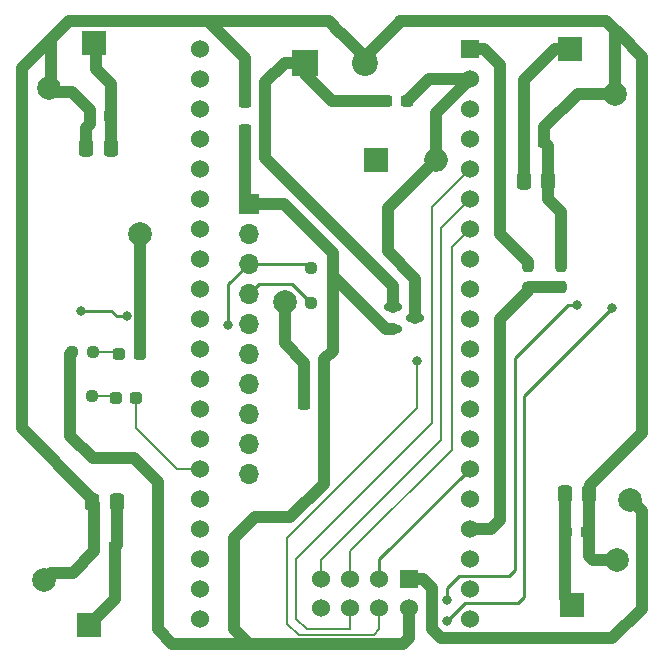
<source format=gbr>
%TF.GenerationSoftware,KiCad,Pcbnew,(6.0.7)*%
%TF.CreationDate,2022-10-25T16:16:00+09:00*%
%TF.ProjectId,quad_jsb,71756164-5f6a-4736-922e-6b696361645f,rev?*%
%TF.SameCoordinates,Original*%
%TF.FileFunction,Copper,L1,Top*%
%TF.FilePolarity,Positive*%
%FSLAX46Y46*%
G04 Gerber Fmt 4.6, Leading zero omitted, Abs format (unit mm)*
G04 Created by KiCad (PCBNEW (6.0.7)) date 2022-10-25 16:16:00*
%MOMM*%
%LPD*%
G01*
G04 APERTURE LIST*
G04 Aperture macros list*
%AMRoundRect*
0 Rectangle with rounded corners*
0 $1 Rounding radius*
0 $2 $3 $4 $5 $6 $7 $8 $9 X,Y pos of 4 corners*
0 Add a 4 corners polygon primitive as box body*
4,1,4,$2,$3,$4,$5,$6,$7,$8,$9,$2,$3,0*
0 Add four circle primitives for the rounded corners*
1,1,$1+$1,$2,$3*
1,1,$1+$1,$4,$5*
1,1,$1+$1,$6,$7*
1,1,$1+$1,$8,$9*
0 Add four rect primitives between the rounded corners*
20,1,$1+$1,$2,$3,$4,$5,0*
20,1,$1+$1,$4,$5,$6,$7,0*
20,1,$1+$1,$6,$7,$8,$9,0*
20,1,$1+$1,$8,$9,$2,$3,0*%
G04 Aperture macros list end*
%TA.AperFunction,SMDPad,CuDef*%
%ADD10RoundRect,0.250000X-0.337500X-0.475000X0.337500X-0.475000X0.337500X0.475000X-0.337500X0.475000X0*%
%TD*%
%TA.AperFunction,ComponentPad*%
%ADD11C,2.000000*%
%TD*%
%TA.AperFunction,ComponentPad*%
%ADD12R,2.000000X2.000000*%
%TD*%
%TA.AperFunction,SMDPad,CuDef*%
%ADD13RoundRect,0.237500X-0.287500X-0.237500X0.287500X-0.237500X0.287500X0.237500X-0.287500X0.237500X0*%
%TD*%
%TA.AperFunction,SMDPad,CuDef*%
%ADD14RoundRect,0.237500X0.287500X0.237500X-0.287500X0.237500X-0.287500X-0.237500X0.287500X-0.237500X0*%
%TD*%
%TA.AperFunction,ComponentPad*%
%ADD15C,2.200000*%
%TD*%
%TA.AperFunction,ComponentPad*%
%ADD16R,2.200000X2.200000*%
%TD*%
%TA.AperFunction,ComponentPad*%
%ADD17R,1.524000X1.524000*%
%TD*%
%TA.AperFunction,ComponentPad*%
%ADD18C,1.524000*%
%TD*%
%TA.AperFunction,SMDPad,CuDef*%
%ADD19RoundRect,0.150000X-0.587500X-0.150000X0.587500X-0.150000X0.587500X0.150000X-0.587500X0.150000X0*%
%TD*%
%TA.AperFunction,SMDPad,CuDef*%
%ADD20RoundRect,0.237500X0.300000X0.237500X-0.300000X0.237500X-0.300000X-0.237500X0.300000X-0.237500X0*%
%TD*%
%TA.AperFunction,SMDPad,CuDef*%
%ADD21RoundRect,0.250000X0.337500X0.475000X-0.337500X0.475000X-0.337500X-0.475000X0.337500X-0.475000X0*%
%TD*%
%TA.AperFunction,SMDPad,CuDef*%
%ADD22RoundRect,0.237500X0.250000X0.237500X-0.250000X0.237500X-0.250000X-0.237500X0.250000X-0.237500X0*%
%TD*%
%TA.AperFunction,ComponentPad*%
%ADD23O,2.000000X2.000000*%
%TD*%
%TA.AperFunction,SMDPad,CuDef*%
%ADD24RoundRect,0.237500X-0.300000X-0.237500X0.300000X-0.237500X0.300000X0.237500X-0.300000X0.237500X0*%
%TD*%
%TA.AperFunction,ComponentPad*%
%ADD25R,1.700000X1.700000*%
%TD*%
%TA.AperFunction,ComponentPad*%
%ADD26O,1.700000X1.700000*%
%TD*%
%TA.AperFunction,SMDPad,CuDef*%
%ADD27RoundRect,0.237500X0.237500X-0.250000X0.237500X0.250000X-0.237500X0.250000X-0.237500X-0.250000X0*%
%TD*%
%TA.AperFunction,SMDPad,CuDef*%
%ADD28RoundRect,0.237500X-0.237500X0.250000X-0.237500X-0.250000X0.237500X-0.250000X0.237500X0.250000X0*%
%TD*%
%TA.AperFunction,ViaPad*%
%ADD29C,2.000000*%
%TD*%
%TA.AperFunction,ViaPad*%
%ADD30C,0.800000*%
%TD*%
%TA.AperFunction,Conductor*%
%ADD31C,1.000000*%
%TD*%
%TA.AperFunction,Conductor*%
%ADD32C,0.200000*%
%TD*%
%TA.AperFunction,Conductor*%
%ADD33C,0.250000*%
%TD*%
G04 APERTURE END LIST*
D10*
%TO.P,C10,1*%
%TO.N,Net-(C10-Pad1)*%
X43512500Y40500000D03*
%TO.P,C10,2*%
%TO.N,VBAT*%
X45587500Y40500000D03*
%TD*%
%TO.P,C12,1*%
%TO.N,Net-(C12-Pad1)*%
X46962500Y14000000D03*
%TO.P,C12,2*%
%TO.N,VBAT*%
X49037500Y14000000D03*
%TD*%
D11*
%TO.P,U11,1,+*%
%TO.N,VBAT*%
X3345000Y48345000D03*
D12*
%TO.P,U11,2,-*%
%TO.N,Net-(C11-Pad1)*%
X7155000Y52155000D03*
%TD*%
D13*
%TO.P,D5,1,A*%
%TO.N,Net-(C10-Pad1)*%
X43500000Y43750000D03*
%TO.P,D5,2,K*%
%TO.N,VBAT*%
X45250000Y43750000D03*
%TD*%
D14*
%TO.P,D4,1,A*%
%TO.N,Net-(C9-Pad1)*%
X8875000Y9500000D03*
%TO.P,D4,2,K*%
%TO.N,VBAT*%
X7125000Y9500000D03*
%TD*%
D15*
%TO.P,U1,2,BAT*%
%TO.N,VBAT*%
X30040000Y50500000D03*
D16*
%TO.P,U1,1,GND*%
%TO.N,GND*%
X24960000Y50500000D03*
%TD*%
D17*
%TO.P,U4,1,GND*%
%TO.N,GND*%
X33750000Y6750000D03*
D18*
%TO.P,U4,2,VCC*%
%TO.N,+3.3V*%
X33750000Y4290000D03*
%TO.P,U4,3,CE*%
%TO.N,Net-(U4-Pad3)*%
X31290000Y6750000D03*
%TO.P,U4,4,CSN*%
%TO.N,Net-(U4-Pad4)*%
X31290000Y4290000D03*
%TO.P,U4,5,SCK*%
%TO.N,Net-(U4-Pad5)*%
X28830000Y6750000D03*
%TO.P,U4,6,MOSI*%
%TO.N,Net-(U4-Pad6)*%
X28830000Y4290000D03*
%TO.P,U4,7,MISO*%
%TO.N,Net-(U4-Pad7)*%
X26370000Y6750000D03*
%TO.P,U4,8*%
%TO.N,N/C*%
X26370000Y4290000D03*
%TD*%
D11*
%TO.P,U12,1,+*%
%TO.N,VBAT*%
X51405000Y8405000D03*
D12*
%TO.P,U12,2,-*%
%TO.N,Net-(C12-Pad1)*%
X47595000Y4595000D03*
%TD*%
D19*
%TO.P,U13,1,GND*%
%TO.N,GND*%
X32412500Y29825000D03*
%TO.P,U13,2,VO*%
%TO.N,+3.3V*%
X32412500Y27925000D03*
%TO.P,U13,3,VI*%
%TO.N,+5V*%
X34287500Y28875000D03*
%TD*%
D20*
%TO.P,C13,1*%
%TO.N,GND*%
X21612500Y44825000D03*
%TO.P,C13,2*%
%TO.N,+3.3V*%
X19887500Y44825000D03*
%TD*%
D11*
%TO.P,U9,1,+*%
%TO.N,VBAT*%
X2845000Y6655000D03*
D12*
%TO.P,U9,2,-*%
%TO.N,Net-(C9-Pad1)*%
X6655000Y2845000D03*
%TD*%
D21*
%TO.P,C11,1*%
%TO.N,Net-(C11-Pad1)*%
X8537500Y43250000D03*
%TO.P,C11,2*%
%TO.N,VBAT*%
X6462500Y43250000D03*
%TD*%
D22*
%TO.P,R4,1*%
%TO.N,+3.3V*%
X27350000Y30125000D03*
%TO.P,R4,2*%
%TO.N,Net-(R4-Pad2)*%
X25525000Y30125000D03*
%TD*%
D13*
%TO.P,D7,1,A*%
%TO.N,Net-(C12-Pad1)*%
X47125000Y10750000D03*
%TO.P,D7,2,K*%
%TO.N,VBAT*%
X48875000Y10750000D03*
%TD*%
D14*
%TO.P,D3,1,K*%
%TO.N,GND*%
X10975000Y25850000D03*
%TO.P,D3,2,A*%
%TO.N,Net-(D3-Pad2)*%
X9225000Y25850000D03*
%TD*%
%TO.P,D2,1,K*%
%TO.N,Net-(D2-Pad1)*%
X10700000Y22125000D03*
%TO.P,D2,2,A*%
%TO.N,Net-(D2-Pad2)*%
X8950000Y22125000D03*
%TD*%
D12*
%TO.P,D1,1,A*%
%TO.N,Net-(D1-Pad1)*%
X30960000Y42250000D03*
D23*
%TO.P,D1,2,K*%
%TO.N,+5V*%
X36040000Y42250000D03*
%TD*%
D24*
%TO.P,C14,1*%
%TO.N,GND*%
X31875000Y47225000D03*
%TO.P,C14,2*%
%TO.N,+5V*%
X33600000Y47225000D03*
%TD*%
D25*
%TO.P,U6,1,VCC*%
%TO.N,+3.3V*%
X20225000Y38525000D03*
D26*
%TO.P,U6,2,GND*%
%TO.N,GND*%
X20225000Y35985000D03*
%TO.P,U6,3,SCL*%
%TO.N,Net-(R3-Pad2)*%
X20225000Y33445000D03*
%TO.P,U6,4,SDA*%
%TO.N,Net-(R4-Pad2)*%
X20225000Y30905000D03*
%TO.P,U6,5*%
%TO.N,N/C*%
X20225000Y28365000D03*
%TO.P,U6,6*%
X20225000Y25825000D03*
%TO.P,U6,7*%
X20225000Y23285000D03*
%TO.P,U6,8*%
X20225000Y20745000D03*
%TO.P,U6,9*%
X20225000Y18205000D03*
%TO.P,U6,10*%
X20225000Y15665000D03*
%TD*%
D22*
%TO.P,R10,1*%
%TO.N,Net-(D3-Pad2)*%
X7075000Y26000000D03*
%TO.P,R10,2*%
%TO.N,+3.3V*%
X5250000Y26000000D03*
%TD*%
D27*
%TO.P,R2,1*%
%TO.N,Net-(R1-Pad2)*%
X43900000Y31425000D03*
%TO.P,R2,2*%
%TO.N,GND*%
X43900000Y33250000D03*
%TD*%
D22*
%TO.P,R3,1*%
%TO.N,+3.3V*%
X27350000Y33125000D03*
%TO.P,R3,2*%
%TO.N,Net-(R3-Pad2)*%
X25525000Y33125000D03*
%TD*%
D14*
%TO.P,D6,1,A*%
%TO.N,Net-(C11-Pad1)*%
X8500000Y46000000D03*
%TO.P,D6,2,K*%
%TO.N,VBAT*%
X6750000Y46000000D03*
%TD*%
D24*
%TO.P,C15,1*%
%TO.N,GND*%
X24900000Y23450000D03*
%TO.P,C15,2*%
%TO.N,+3.3V*%
X26625000Y23450000D03*
%TD*%
D11*
%TO.P,U10,1,+*%
%TO.N,VBAT*%
X51255000Y47820000D03*
D12*
%TO.P,U10,2,-*%
%TO.N,Net-(C10-Pad1)*%
X47445000Y51630000D03*
%TD*%
D21*
%TO.P,C9,1*%
%TO.N,Net-(C9-Pad1)*%
X9037500Y13250000D03*
%TO.P,C9,2*%
%TO.N,VBAT*%
X6962500Y13250000D03*
%TD*%
D20*
%TO.P,C1,1*%
%TO.N,GND*%
X21612500Y47125000D03*
%TO.P,C1,2*%
%TO.N,VBAT*%
X19887500Y47125000D03*
%TD*%
D24*
%TO.P,C16,1*%
%TO.N,GND*%
X24875000Y21600000D03*
%TO.P,C16,2*%
%TO.N,+3.3V*%
X26600000Y21600000D03*
%TD*%
D28*
%TO.P,R1,1*%
%TO.N,VBAT*%
X46625000Y33300000D03*
%TO.P,R1,2*%
%TO.N,Net-(R1-Pad2)*%
X46625000Y31475000D03*
%TD*%
D22*
%TO.P,R9,1*%
%TO.N,Net-(D2-Pad2)*%
X6912500Y22250000D03*
%TO.P,R9,2*%
%TO.N,+3.3V*%
X5087500Y22250000D03*
%TD*%
D17*
%TO.P,U5,1,GND*%
%TO.N,GND*%
X38930000Y51630000D03*
D18*
%TO.P,U5,2,VIN*%
%TO.N,+5V*%
X38930000Y49090000D03*
%TO.P,U5,3*%
%TO.N,N/C*%
X38930000Y46550000D03*
%TO.P,U5,4*%
X38930000Y44010000D03*
%TO.P,U5,5,p5*%
%TO.N,Net-(U4-Pad6)*%
X38930000Y41470000D03*
%TO.P,U5,6,p6*%
%TO.N,Net-(U4-Pad7)*%
X38930000Y38930000D03*
%TO.P,U5,7,p7*%
%TO.N,Net-(U4-Pad5)*%
X38930000Y36390000D03*
%TO.P,U5,8,p8*%
%TO.N,Net-(U4-Pad4)*%
X38930000Y33850000D03*
%TO.P,U5,9*%
%TO.N,N/C*%
X38930000Y31310000D03*
%TO.P,U5,10*%
X38930000Y28770000D03*
%TO.P,U5,11*%
X38930000Y26230000D03*
%TO.P,U5,12*%
X38930000Y23690000D03*
%TO.P,U5,13*%
X38930000Y21150000D03*
%TO.P,U5,14*%
X38930000Y18610000D03*
%TO.P,U5,15,p15*%
%TO.N,Net-(U4-Pad3)*%
X38930000Y16070000D03*
%TO.P,U5,16*%
%TO.N,N/C*%
X38930000Y13530000D03*
%TO.P,U5,17,p17*%
%TO.N,Net-(R1-Pad2)*%
X38930000Y10990000D03*
%TO.P,U5,18*%
%TO.N,N/C*%
X38930000Y8450000D03*
%TO.P,U5,19*%
X38930000Y5910000D03*
%TO.P,U5,20*%
X38930000Y3370000D03*
%TO.P,U5,21,p21*%
%TO.N,Net-(R6-Pad2)*%
X16070000Y3370000D03*
%TO.P,U5,22,p22*%
%TO.N,Net-(R5-Pad2)*%
X16070000Y5910000D03*
%TO.P,U5,23,p23*%
%TO.N,Net-(R8-Pad2)*%
X16070000Y8450000D03*
%TO.P,U5,24,p24*%
%TO.N,Net-(R7-Pad2)*%
X16070000Y10990000D03*
%TO.P,U5,25*%
%TO.N,N/C*%
X16070000Y13530000D03*
%TO.P,U5,26,p26*%
%TO.N,Net-(D2-Pad1)*%
X16070000Y16070000D03*
%TO.P,U5,27,p27*%
%TO.N,Net-(R3-Pad2)*%
X16070000Y18610000D03*
%TO.P,U5,28,p28*%
%TO.N,Net-(R4-Pad2)*%
X16070000Y21150000D03*
%TO.P,U5,29*%
%TO.N,N/C*%
X16070000Y23690000D03*
%TO.P,U5,30*%
X16070000Y26230000D03*
%TO.P,U5,31*%
X16070000Y28770000D03*
%TO.P,U5,32*%
X16070000Y31310000D03*
%TO.P,U5,33*%
X16070000Y33850000D03*
%TO.P,U5,34*%
X16070000Y36390000D03*
%TO.P,U5,35*%
X16070000Y38930000D03*
%TO.P,U5,36*%
X16070000Y41470000D03*
%TO.P,U5,37*%
X16070000Y44010000D03*
%TO.P,U5,38*%
X16070000Y46550000D03*
%TO.P,U5,39*%
X16070000Y49090000D03*
%TO.P,U5,40*%
X16070000Y51630000D03*
%TD*%
D29*
%TO.N,GND*%
X52500000Y13500000D03*
X23250000Y30250000D03*
X11000000Y36000000D03*
D30*
%TO.N,Net-(R3-Pad2)*%
X18500000Y28250000D03*
%TO.N,Net-(R5-Pad2)*%
X9875500Y29000000D03*
X6000000Y29500000D03*
%TO.N,Net-(R7-Pad2)*%
X48000000Y30000000D03*
X37000000Y5000000D03*
%TO.N,Net-(R8-Pad2)*%
X51000000Y29750000D03*
X37000000Y3250000D03*
%TO.N,Net-(U4-Pad4)*%
X34500000Y25250000D03*
%TD*%
D31*
%TO.N,+3.3V*%
X31825000Y27925000D02*
X32412500Y27925000D01*
X27350000Y33125000D02*
X27350000Y32400000D01*
X27350000Y32400000D02*
X31825000Y27925000D01*
%TO.N,+5V*%
X35465000Y49090000D02*
X38930000Y49090000D01*
X33600000Y47225000D02*
X35465000Y49090000D01*
X36040000Y46200000D02*
X36040000Y42250000D01*
X38930000Y49090000D02*
X36040000Y46200000D01*
D32*
%TO.N,Net-(U4-Pad4)*%
X24450000Y2050000D02*
X30800000Y2050000D01*
X31290000Y2540000D02*
X31290000Y4290000D01*
X23500000Y3000000D02*
X24450000Y2050000D01*
X30800000Y2050000D02*
X31290000Y2540000D01*
X23500000Y10250000D02*
X23500000Y3000000D01*
X34500000Y21250000D02*
X23500000Y10250000D01*
X34500000Y25250000D02*
X34500000Y21250000D01*
D33*
%TO.N,Net-(R7-Pad2)*%
X42250000Y7000000D02*
X42750000Y7500000D01*
X37991374Y7000000D02*
X42250000Y7000000D01*
X42750000Y7500000D02*
X42750000Y25500000D01*
X42750000Y25500000D02*
X47250000Y30000000D01*
X37000000Y6008626D02*
X37991374Y7000000D01*
X47250000Y30000000D02*
X48000000Y30000000D01*
X37000000Y5000000D02*
X37000000Y6008626D01*
D31*
%TO.N,GND*%
X23250000Y26750000D02*
X24900000Y25100000D01*
X23250000Y30250000D02*
X23250000Y26750000D01*
X24900000Y25100000D02*
X24900000Y23450000D01*
X51000000Y1750000D02*
X53500000Y4250000D01*
X35750000Y2500000D02*
X36500000Y1750000D01*
X53500000Y4250000D02*
X53500000Y12500000D01*
X35000000Y6750000D02*
X35750000Y6000000D01*
X35750000Y6000000D02*
X35750000Y2500000D01*
X36500000Y1750000D02*
X51000000Y1750000D01*
X33750000Y6750000D02*
X35000000Y6750000D01*
X53500000Y12500000D02*
X52500000Y13500000D01*
X21612500Y48862500D02*
X21612500Y47125000D01*
X24960000Y50500000D02*
X23250000Y50500000D01*
X24960000Y49540000D02*
X24960000Y50500000D01*
X27275000Y47225000D02*
X24960000Y49540000D01*
X31875000Y47225000D02*
X27275000Y47225000D01*
X23250000Y50500000D02*
X21612500Y48862500D01*
X41500000Y36000000D02*
X41500000Y50250000D01*
X24875000Y21600000D02*
X24875000Y23425000D01*
X40120000Y51630000D02*
X38930000Y51630000D01*
X21612500Y42387500D02*
X32412500Y31587500D01*
X32412500Y31587500D02*
X32412500Y29825000D01*
X43900000Y33250000D02*
X43900000Y33600000D01*
X21612500Y44825000D02*
X21612500Y42387500D01*
X43900000Y33600000D02*
X41500000Y36000000D01*
X21612500Y47125000D02*
X21612500Y44825000D01*
X11000000Y36000000D02*
X10975000Y35975000D01*
X24875000Y23425000D02*
X24900000Y23450000D01*
X41500000Y50250000D02*
X40120000Y51630000D01*
X10975000Y35975000D02*
X10975000Y25850000D01*
%TO.N,VBAT*%
X6425000Y44925000D02*
X6425000Y43150000D01*
X5300000Y48000000D02*
X6800000Y46500000D01*
X7118874Y13093626D02*
X6962500Y13250000D01*
X19887500Y50862500D02*
X19887500Y47125000D01*
X3490000Y51510000D02*
X3490000Y52490000D01*
X50500000Y54000000D02*
X51000000Y53500000D01*
X45250000Y45000000D02*
X48070000Y47820000D01*
X1000000Y50000000D02*
X1000000Y19537500D01*
D33*
X30040000Y51000000D02*
X29775000Y51000000D01*
X30000000Y51000000D02*
X29900000Y50900000D01*
D31*
X46625000Y37875000D02*
X45587500Y38912500D01*
X3000000Y52000000D02*
X1000000Y50000000D01*
X49125000Y14725000D02*
X49125000Y14087500D01*
D33*
X30040000Y51000000D02*
X30000000Y51000000D01*
X30040000Y51000000D02*
X29890000Y51150000D01*
X29775000Y51000000D02*
X29750000Y51025000D01*
D31*
X45250000Y43750000D02*
X45250000Y45000000D01*
X27960000Y53040000D02*
X27000000Y54000000D01*
X33000000Y54000000D02*
X50500000Y54000000D01*
X45587500Y40500000D02*
X45587500Y43412500D01*
X53500000Y51000000D02*
X53500000Y19100000D01*
X6800000Y45300000D02*
X6425000Y44925000D01*
X3490000Y51510000D02*
X3490000Y48000000D01*
X7118874Y9985474D02*
X7118874Y9118874D01*
X49000000Y10625000D02*
X49000000Y13962500D01*
X30040000Y51000000D02*
X33000000Y53960000D01*
X45587500Y43412500D02*
X45250000Y43750000D01*
X3490000Y52490000D02*
X3875000Y52875000D01*
X6800000Y46500000D02*
X6800000Y45300000D01*
X49345000Y8405000D02*
X51405000Y8405000D01*
X51000000Y53500000D02*
X51625000Y52875000D01*
X3490000Y48000000D02*
X5300000Y48000000D01*
X46625000Y33300000D02*
X46625000Y37875000D01*
X51255000Y53245000D02*
X51000000Y53500000D01*
X6962500Y13250000D02*
X6962500Y13575000D01*
X49000000Y8750000D02*
X49345000Y8405000D01*
X7118874Y9118874D02*
X5310000Y7310000D01*
X51255000Y52505000D02*
X51255000Y53245000D01*
X45587500Y38912500D02*
X45587500Y40500000D01*
X7118874Y9985474D02*
X7118874Y13093626D01*
X33000000Y53960000D02*
X33000000Y54000000D01*
X5000000Y54000000D02*
X3875000Y52875000D01*
X48070000Y47820000D02*
X51255000Y47820000D01*
X49125000Y14087500D02*
X49037500Y14000000D01*
X51625000Y52875000D02*
X51255000Y52505000D01*
X5310000Y7310000D02*
X3500000Y7310000D01*
X28000000Y53040000D02*
X27960000Y53040000D01*
X49000000Y13962500D02*
X49037500Y14000000D01*
X51255000Y52505000D02*
X51255000Y47820000D01*
X6512500Y43237500D02*
X6425000Y43150000D01*
X49000000Y10625000D02*
X49000000Y8750000D01*
X3875000Y52875000D02*
X3000000Y52000000D01*
X27000000Y54000000D02*
X16750000Y54000000D01*
X6962500Y13575000D02*
X1000000Y19537500D01*
X16750000Y54000000D02*
X19887500Y50862500D01*
X3000000Y52000000D02*
X3490000Y51510000D01*
X30040000Y51000000D02*
X28000000Y53040000D01*
X51625000Y52875000D02*
X53500000Y51000000D01*
X16750000Y54000000D02*
X5000000Y54000000D01*
X53500000Y19100000D02*
X49125000Y14725000D01*
%TO.N,+5V*%
X34287500Y32212500D02*
X32000000Y34500000D01*
X34287500Y28875000D02*
X34287500Y32212500D01*
X32000000Y34500000D02*
X32000000Y38210000D01*
X32000000Y38210000D02*
X36040000Y42250000D01*
X34250000Y28912500D02*
X34287500Y28875000D01*
%TO.N,+3.3V*%
X20250000Y1250000D02*
X33250000Y1250000D01*
X27350000Y30125000D02*
X27350000Y26100000D01*
X27350000Y26100000D02*
X26625000Y25375000D01*
X20250000Y1250000D02*
X13750000Y1250000D01*
X20225000Y38525000D02*
X23225000Y38525000D01*
X33750000Y1750000D02*
X33750000Y4290000D01*
X20750000Y12000000D02*
X19000000Y10250000D01*
X27350000Y33125000D02*
X27350000Y30125000D01*
X12500000Y2500000D02*
X12500000Y15000000D01*
X5087500Y18912500D02*
X5087500Y22250000D01*
X26600000Y21600000D02*
X26600000Y14850000D01*
X26600000Y14850000D02*
X23750000Y12000000D01*
X19000000Y10250000D02*
X19000000Y2500000D01*
X12500000Y15000000D02*
X10500000Y17000000D01*
X26625000Y23450000D02*
X26625000Y21625000D01*
X7000000Y17000000D02*
X5087500Y18912500D01*
X5087500Y22250000D02*
X5087500Y25837500D01*
X19887500Y44825000D02*
X19887500Y38862500D01*
X19887500Y38862500D02*
X20225000Y38525000D01*
X10500000Y17000000D02*
X7000000Y17000000D01*
X23225000Y38525000D02*
X27350000Y34400000D01*
X26625000Y21625000D02*
X26600000Y21600000D01*
X26625000Y25375000D02*
X26625000Y23450000D01*
X19000000Y2500000D02*
X20250000Y1250000D01*
X33250000Y1250000D02*
X33750000Y1750000D01*
X27350000Y34400000D02*
X27350000Y33125000D01*
X13750000Y1250000D02*
X12500000Y2500000D01*
X5087500Y25837500D02*
X5250000Y26000000D01*
X23750000Y12000000D02*
X20750000Y12000000D01*
%TO.N,Net-(C9-Pad1)*%
X9037500Y13250000D02*
X9037500Y9662500D01*
X9037500Y9662500D02*
X8875000Y9500000D01*
X8875000Y5065000D02*
X6655000Y2845000D01*
X8875000Y9500000D02*
X8875000Y5065000D01*
%TO.N,Net-(C10-Pad1)*%
X47445000Y51630000D02*
X46130000Y51630000D01*
X43500000Y43750000D02*
X43500000Y40512500D01*
X46130000Y51630000D02*
X43500000Y49000000D01*
X43500000Y49000000D02*
X43500000Y43750000D01*
X43500000Y40512500D02*
X43512500Y40500000D01*
%TO.N,Net-(C11-Pad1)*%
X8550000Y48700000D02*
X8550000Y46500000D01*
X8550000Y43200000D02*
X8500000Y43150000D01*
X7300000Y49950000D02*
X8550000Y48700000D01*
X7300000Y51810000D02*
X7300000Y49950000D01*
X8550000Y46500000D02*
X8550000Y43200000D01*
%TO.N,Net-(C12-Pad1)*%
X47000000Y5190000D02*
X47000000Y10625000D01*
X47595000Y4595000D02*
X47000000Y5190000D01*
X47000000Y10625000D02*
X47125000Y10750000D01*
X46962500Y10912500D02*
X47125000Y10750000D01*
X46962500Y14000000D02*
X46962500Y10912500D01*
D32*
%TO.N,Net-(D2-Pad1)*%
X10700000Y22125000D02*
X10700000Y19550000D01*
X10700000Y19550000D02*
X14180000Y16070000D01*
X14180000Y16070000D02*
X16070000Y16070000D01*
%TO.N,Net-(D2-Pad2)*%
X6912500Y22250000D02*
X8825000Y22250000D01*
X8825000Y22250000D02*
X8950000Y22125000D01*
%TO.N,Net-(D3-Pad2)*%
X9075000Y26000000D02*
X9225000Y25850000D01*
X7075000Y26000000D02*
X9075000Y26000000D01*
D31*
%TO.N,Net-(R1-Pad2)*%
X40740000Y10990000D02*
X38930000Y10990000D01*
X46625000Y31475000D02*
X43950000Y31475000D01*
X41500000Y11750000D02*
X40740000Y10990000D01*
X41500000Y28750000D02*
X41500000Y11750000D01*
X43900000Y31150000D02*
X41500000Y28750000D01*
X43950000Y31475000D02*
X43900000Y31425000D01*
X43900000Y31425000D02*
X43900000Y31150000D01*
D33*
%TO.N,Net-(R3-Pad2)*%
X18500000Y28250000D02*
X18500000Y31720000D01*
X25205000Y33445000D02*
X25525000Y33125000D01*
X18500000Y31720000D02*
X20225000Y33445000D01*
X20225000Y33445000D02*
X25205000Y33445000D01*
%TO.N,Net-(R4-Pad2)*%
X20225000Y30905000D02*
X21075000Y31755000D01*
X23895000Y31755000D02*
X25525000Y30125000D01*
X21075000Y31755000D02*
X23895000Y31755000D01*
%TO.N,Net-(R5-Pad2)*%
X8549500Y29500000D02*
X6000000Y29500000D01*
X9049500Y29000000D02*
X8549500Y29500000D01*
X9875500Y29000000D02*
X9049500Y29000000D01*
%TO.N,Net-(R8-Pad2)*%
X37000000Y3250000D02*
X38500000Y4750000D01*
X43000000Y4750000D02*
X43500000Y5250000D01*
X38500000Y4750000D02*
X43000000Y4750000D01*
X43500000Y22250000D02*
X51000000Y29750000D01*
X43500000Y5250000D02*
X43500000Y22250000D01*
%TO.N,Net-(U4-Pad3)*%
X38930000Y16070000D02*
X31290000Y8430000D01*
X31290000Y8430000D02*
X31290000Y6750000D01*
D32*
%TO.N,Net-(U4-Pad5)*%
X37390000Y34850000D02*
X37390000Y17665685D01*
X38930000Y36390000D02*
X37390000Y34850000D01*
X37390000Y17665685D02*
X28830000Y9105685D01*
X28830000Y9105685D02*
X28830000Y6750000D01*
%TO.N,Net-(U4-Pad6)*%
X35700000Y21515686D02*
X35700000Y19950000D01*
X35700000Y19950000D02*
X24250000Y8500000D01*
X24250000Y8500000D02*
X24250000Y3375000D01*
X35700000Y38240000D02*
X35700000Y21515686D01*
X28750000Y2500000D02*
X28830000Y2580000D01*
X38930000Y41470000D02*
X35700000Y38240000D01*
X25125000Y2500000D02*
X28750000Y2500000D01*
X28830000Y2580000D02*
X28830000Y4290000D01*
X24250000Y3375000D02*
X25125000Y2500000D01*
%TO.N,Net-(U4-Pad7)*%
X26370000Y8370000D02*
X26370000Y6750000D01*
X38930000Y38930000D02*
X36500000Y36500000D01*
X36500000Y18500000D02*
X26370000Y8370000D01*
X36500000Y36500000D02*
X36500000Y18500000D01*
%TD*%
M02*

</source>
